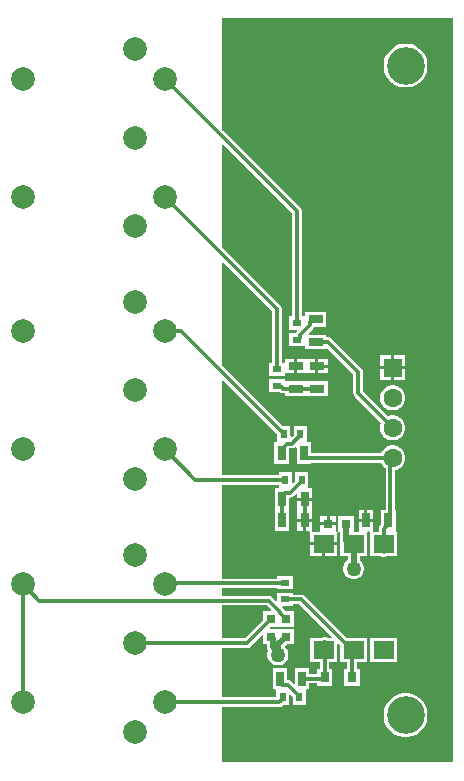
<source format=gtl>
G04*
G04 #@! TF.GenerationSoftware,Altium Limited,Altium Designer,21.4.1 (30)*
G04*
G04 Layer_Physical_Order=1*
G04 Layer_Color=255*
%FSLAX25Y25*%
%MOIN*%
G70*
G04*
G04 #@! TF.SameCoordinates,A48B96B0-5CB6-46A1-959F-C16CD1BF0AD3*
G04*
G04*
G04 #@! TF.FilePolarity,Positive*
G04*
G01*
G75*
%ADD11C,0.01968*%
%ADD26R,0.03150X0.02362*%
%ADD27R,0.05118X0.02756*%
%ADD28R,0.02362X0.03150*%
%ADD29R,0.02756X0.05118*%
%ADD30R,0.03150X0.03150*%
%ADD31R,0.07008X0.05984*%
%ADD32R,0.03150X0.03150*%
%ADD33R,0.03150X0.03543*%
%ADD34C,0.01181*%
%ADD35C,0.12598*%
%ADD36R,0.06299X0.06299*%
%ADD37C,0.06299*%
%ADD38C,0.07874*%
%ADD39C,0.05000*%
G36*
X155512Y1969D02*
X78740D01*
Y20425D01*
X97638D01*
X98258Y20549D01*
X98785Y20900D01*
X98931Y21047D01*
X101000D01*
Y24400D01*
X101462Y24591D01*
X102150Y23903D01*
Y21047D01*
X106512D01*
Y26197D01*
X106943Y26362D01*
X107693D01*
Y28299D01*
X110221D01*
Y27543D01*
X115370D01*
Y33087D01*
X114417D01*
Y35358D01*
X116945D01*
Y41388D01*
X117407Y41579D01*
X117937Y41049D01*
Y35358D01*
X120229D01*
Y33087D01*
X119276D01*
Y27543D01*
X124425D01*
Y33087D01*
X123472D01*
Y35358D01*
X126945D01*
Y43343D01*
X120230D01*
X106127Y57446D01*
X105601Y57797D01*
X104980Y57921D01*
X102181D01*
Y58480D01*
X97031D01*
Y55999D01*
X96570Y55808D01*
X95341Y57037D01*
X94815Y57388D01*
X94194Y57512D01*
X78740D01*
Y59992D01*
X97031D01*
Y59630D01*
X102181D01*
Y63992D01*
X97031D01*
Y63236D01*
X78740D01*
Y94441D01*
X97425D01*
Y93488D01*
X96994Y93323D01*
X96244D01*
Y86205D01*
Y79118D01*
X101000D01*
Y86205D01*
Y90201D01*
X101272D01*
X101892Y90325D01*
X102418Y90676D01*
X103262Y91520D01*
X103724Y91329D01*
Y90264D01*
X108480D01*
Y93323D01*
X107731D01*
X107299Y93488D01*
Y98638D01*
X102937D01*
Y95782D01*
X102249Y95094D01*
X101787Y95285D01*
Y98638D01*
X97425D01*
Y97685D01*
X78740D01*
Y128943D01*
X79202Y129134D01*
X96991Y111345D01*
X97031Y111318D01*
Y108843D01*
X96600Y108677D01*
X96047D01*
Y101559D01*
X100803D01*
Y106384D01*
X101050Y106630D01*
X101953D01*
X102573Y106754D01*
X103028Y107057D01*
X103528Y106914D01*
Y101559D01*
X108283D01*
Y101843D01*
X131578D01*
X132113Y100917D01*
X132885Y100144D01*
X133122Y100007D01*
Y86236D01*
X131677D01*
Y81412D01*
X131294Y81029D01*
X130943Y80502D01*
X130819Y79882D01*
Y78815D01*
X129327D01*
X128953Y79118D01*
X128953Y79315D01*
Y82177D01*
X126575D01*
X124197D01*
Y79315D01*
X124197Y79118D01*
X123822Y78815D01*
X122913D01*
X122457Y78921D01*
Y84071D01*
X117307D01*
Y79149D01*
X116926Y78860D01*
X116551Y79135D01*
Y80996D01*
X113976D01*
X111402D01*
X111402Y78921D01*
X110946Y78815D01*
X108855D01*
X108480Y79118D01*
X108480Y79315D01*
Y82177D01*
X106602D01*
Y79118D01*
X107563D01*
X107937Y78815D01*
X107937Y78618D01*
Y75323D01*
X112441D01*
X116945D01*
Y78589D01*
X117275Y78892D01*
X117359Y78912D01*
X117859Y78859D01*
Y75785D01*
X117937Y75392D01*
Y70831D01*
X120418D01*
Y69409D01*
X120292Y69336D01*
X119640Y68685D01*
X119179Y67886D01*
X118941Y66996D01*
Y66075D01*
X119179Y65184D01*
X119640Y64386D01*
X120292Y63735D01*
X121090Y63274D01*
X121980Y63035D01*
X122902D01*
X123792Y63274D01*
X124590Y63735D01*
X125242Y64386D01*
X125702Y65184D01*
X125941Y66075D01*
Y66996D01*
X125702Y67886D01*
X125242Y68685D01*
X124590Y69336D01*
X124464Y69409D01*
Y70831D01*
X126945D01*
Y78618D01*
X126945Y78815D01*
X127319Y79118D01*
X127563D01*
X127937Y78815D01*
X127937Y78618D01*
Y70831D01*
X131458D01*
X131820Y70588D01*
X132441Y70465D01*
X133062Y70588D01*
X133424Y70831D01*
X136945D01*
Y78815D01*
X136808D01*
X136433Y79118D01*
Y86236D01*
X136366D01*
Y99418D01*
X137035Y99598D01*
X137981Y100144D01*
X138754Y100917D01*
X139300Y101863D01*
X139583Y102918D01*
Y104011D01*
X139300Y105066D01*
X138754Y106012D01*
X137981Y106785D01*
X137035Y107331D01*
X135979Y107614D01*
X134887D01*
X133831Y107331D01*
X132885Y106785D01*
X132113Y106012D01*
X131578Y105086D01*
X108283D01*
Y108677D01*
X107337D01*
X106905Y108843D01*
Y113992D01*
X102543D01*
Y111136D01*
X101856Y110448D01*
X101394Y110640D01*
Y113992D01*
X99143D01*
X98879Y114045D01*
X78740Y134183D01*
Y168313D01*
X79202Y168505D01*
X95229Y152478D01*
Y135252D01*
X94276D01*
Y130890D01*
X99425D01*
Y131246D01*
X99591Y131677D01*
X99925Y131677D01*
X102650D01*
Y134055D01*
Y136433D01*
X99590D01*
Y135684D01*
X99425Y135252D01*
X99090Y135252D01*
X98472D01*
Y153150D01*
X98349Y153770D01*
X97997Y154296D01*
X78740Y173553D01*
Y207683D01*
X79202Y207874D01*
X101922Y185155D01*
Y150606D01*
X100969D01*
Y146244D01*
X103534D01*
X103725Y145782D01*
X103381Y145438D01*
X103151Y145095D01*
X100969D01*
Y140732D01*
X106118D01*
X106283Y140301D01*
Y139748D01*
X113401D01*
Y139748D01*
X113729Y139883D01*
X122332Y131280D01*
Y124944D01*
X122456Y124323D01*
X122807Y123797D01*
X131560Y115044D01*
X131283Y114011D01*
Y112918D01*
X131566Y111863D01*
X132113Y110917D01*
X132885Y110144D01*
X133831Y109598D01*
X134887Y109315D01*
X135979D01*
X137035Y109598D01*
X137981Y110144D01*
X138754Y110917D01*
X139300Y111863D01*
X139583Y112918D01*
Y114011D01*
X139300Y115066D01*
X138754Y116013D01*
X137981Y116785D01*
X137035Y117331D01*
X135979Y117614D01*
X134887D01*
X133854Y117337D01*
X125576Y125616D01*
Y131952D01*
X125452Y132572D01*
X125101Y133098D01*
X114926Y143273D01*
X114400Y143624D01*
X113779Y143748D01*
X113402D01*
Y144504D01*
X107687D01*
X107495Y144966D01*
X109021Y146491D01*
X109372Y147017D01*
X109414Y147228D01*
X113402D01*
Y151984D01*
X106283D01*
Y151038D01*
X106118Y150606D01*
X105165D01*
Y185827D01*
X105042Y186447D01*
X104690Y186974D01*
X78740Y212923D01*
Y250000D01*
X155512D01*
Y1969D01*
D02*
G37*
G36*
X94951Y52840D02*
X94759Y52378D01*
X92307D01*
Y49522D01*
X86139Y43354D01*
X78740D01*
Y54268D01*
X93523D01*
X94951Y52840D01*
D02*
G37*
G36*
X115182Y43804D02*
X114990Y43343D01*
X113838D01*
X113416Y43624D01*
X112795Y43748D01*
X112519Y43693D01*
X112441Y43708D01*
X111820Y43585D01*
X111458Y43343D01*
X107937D01*
Y35358D01*
X111174D01*
Y33087D01*
X110221D01*
Y31543D01*
X107693D01*
Y33480D01*
X102937D01*
Y28356D01*
X102475Y28165D01*
X101631Y29009D01*
X101105Y29360D01*
X100484Y29484D01*
X100213D01*
Y33480D01*
X95457D01*
Y26362D01*
X96206D01*
X96638Y26197D01*
Y23669D01*
X78740D01*
Y40111D01*
X86811D01*
X87432Y40234D01*
X87958Y40586D01*
X91845Y44473D01*
X92307Y44282D01*
Y41323D01*
X93449D01*
Y40387D01*
X93603Y39613D01*
X93963Y39074D01*
X93744Y38256D01*
Y37334D01*
X93983Y36444D01*
X94443Y35646D01*
X95095Y34995D01*
X95893Y34534D01*
X96783Y34295D01*
X97705D01*
X98595Y34534D01*
X99393Y34995D01*
X100045Y35646D01*
X100506Y36444D01*
X100744Y37334D01*
Y38256D01*
X100506Y39146D01*
X100045Y39944D01*
X99476Y40513D01*
X100286Y41323D01*
X102575D01*
Y46472D01*
X94652D01*
X94442Y46949D01*
X94666Y47228D01*
X102575D01*
Y52378D01*
X99719D01*
X99572Y52525D01*
X99546Y52657D01*
X99194Y53184D01*
X98721Y53656D01*
X98913Y54118D01*
X102181D01*
Y54677D01*
X104309D01*
X115182Y43804D01*
D02*
G37*
%LPC*%
G36*
X140483Y241551D02*
X139045D01*
X137635Y241271D01*
X136306Y240720D01*
X135111Y239922D01*
X134094Y238905D01*
X133295Y237709D01*
X132745Y236381D01*
X132465Y234971D01*
Y233533D01*
X132745Y232123D01*
X133295Y230795D01*
X134094Y229599D01*
X135111Y228582D01*
X136306Y227783D01*
X137635Y227233D01*
X139045Y226953D01*
X140483D01*
X141893Y227233D01*
X143221Y227783D01*
X144417Y228582D01*
X145433Y229599D01*
X146232Y230795D01*
X146783Y232123D01*
X147063Y233533D01*
Y234971D01*
X146783Y236381D01*
X146232Y237709D01*
X145433Y238905D01*
X144417Y239922D01*
X143221Y240720D01*
X141893Y241271D01*
X140483Y241551D01*
D02*
G37*
G36*
X113795Y136433D02*
X110736D01*
Y134555D01*
X113795D01*
Y136433D01*
D02*
G37*
G36*
X139583Y137614D02*
X135933D01*
Y133965D01*
X139583D01*
Y137614D01*
D02*
G37*
G36*
X134933D02*
X131283D01*
Y133965D01*
X134933D01*
Y137614D01*
D02*
G37*
G36*
X113795Y133555D02*
X110736D01*
Y131677D01*
X113795D01*
Y133555D01*
D02*
G37*
G36*
X109736Y136433D02*
X103650D01*
Y134055D01*
Y131677D01*
X109736D01*
Y134055D01*
Y136433D01*
D02*
G37*
G36*
X139583Y132965D02*
X135933D01*
Y129315D01*
X139583D01*
Y132965D01*
D02*
G37*
G36*
X134933D02*
X131283D01*
Y129315D01*
X134933D01*
Y132965D01*
D02*
G37*
G36*
X99425Y129740D02*
X94276D01*
Y125378D01*
X97284D01*
X97441Y125347D01*
X97794D01*
X98198Y125076D01*
X98819Y124953D01*
X99590D01*
Y124197D01*
X113795D01*
Y128953D01*
X99591D01*
X99425Y129384D01*
Y129740D01*
D02*
G37*
G36*
X135979Y127614D02*
X134887D01*
X133831Y127331D01*
X132885Y126785D01*
X132113Y126013D01*
X131566Y125066D01*
X131283Y124011D01*
Y122918D01*
X131566Y121863D01*
X132113Y120917D01*
X132885Y120144D01*
X133831Y119598D01*
X134887Y119315D01*
X135979D01*
X137035Y119598D01*
X137981Y120144D01*
X138754Y120917D01*
X139300Y121863D01*
X139583Y122918D01*
Y124011D01*
X139300Y125066D01*
X138754Y126013D01*
X137981Y126785D01*
X137035Y127331D01*
X135979Y127614D01*
D02*
G37*
G36*
X128953Y86236D02*
X127075D01*
Y83177D01*
X128953D01*
Y86236D01*
D02*
G37*
G36*
X108480Y89264D02*
X103724D01*
Y86205D01*
Y83177D01*
X108480D01*
Y86205D01*
Y89264D01*
D02*
G37*
G36*
X126075Y86236D02*
X124197D01*
Y83177D01*
X126075D01*
Y86236D01*
D02*
G37*
G36*
X116551Y84071D02*
X114476D01*
Y81996D01*
X116551D01*
Y84071D01*
D02*
G37*
G36*
X113476D02*
X111402D01*
Y81996D01*
X113476D01*
Y84071D01*
D02*
G37*
G36*
X105602Y82177D02*
X103724D01*
Y79118D01*
X105602D01*
Y82177D01*
D02*
G37*
G36*
X116945Y74323D02*
X112941D01*
Y70831D01*
X116945D01*
Y74323D01*
D02*
G37*
G36*
X111941D02*
X107937D01*
Y70831D01*
X111941D01*
Y74323D01*
D02*
G37*
G36*
X136945Y43343D02*
X127937D01*
Y35358D01*
X136945D01*
Y43343D01*
D02*
G37*
G36*
X140483Y25016D02*
X139045D01*
X137635Y24735D01*
X136306Y24185D01*
X135111Y23386D01*
X134094Y22369D01*
X133295Y21174D01*
X132745Y19846D01*
X132465Y18436D01*
Y16998D01*
X132745Y15587D01*
X133295Y14259D01*
X134094Y13064D01*
X135111Y12047D01*
X136306Y11248D01*
X137635Y10698D01*
X139045Y10417D01*
X140483D01*
X141893Y10698D01*
X143221Y11248D01*
X144417Y12047D01*
X145433Y13064D01*
X146232Y14259D01*
X146783Y15587D01*
X147063Y16998D01*
Y18436D01*
X146783Y19846D01*
X146232Y21174D01*
X145433Y22369D01*
X144417Y23386D01*
X143221Y24185D01*
X141893Y24735D01*
X140483Y25016D01*
D02*
G37*
%LPD*%
D11*
X122441Y73226D02*
Y74823D01*
Y66535D02*
Y73226D01*
X119882Y75785D02*
X122441Y73226D01*
X95473Y40387D02*
Y43307D01*
Y40387D02*
X97244Y38616D01*
X94882Y43898D02*
X95473Y43307D01*
X97244Y37795D02*
Y38616D01*
X97376Y37928D02*
Y41274D01*
X97244Y37795D02*
X97376Y37928D01*
Y41274D02*
X100000Y43898D01*
X119882Y75785D02*
Y81496D01*
D26*
X103543Y142913D02*
D03*
Y148425D02*
D03*
X96850Y127559D02*
D03*
Y133071D02*
D03*
X99606Y61811D02*
D03*
Y56299D02*
D03*
D27*
X109843Y149606D02*
D03*
Y142126D02*
D03*
X103150Y134055D02*
D03*
Y126575D02*
D03*
X110236Y134055D02*
D03*
Y126575D02*
D03*
D28*
X104724Y111417D02*
D03*
X99213D02*
D03*
X105118Y96063D02*
D03*
X99606D02*
D03*
X98819Y23622D02*
D03*
X104331D02*
D03*
D29*
X98425Y105118D02*
D03*
X105905D02*
D03*
X106102Y89764D02*
D03*
X98622D02*
D03*
X106102Y82677D02*
D03*
X98622D02*
D03*
X126575D02*
D03*
X134055D02*
D03*
X105315Y29921D02*
D03*
X97835D02*
D03*
D30*
X113976Y81496D02*
D03*
X119882D02*
D03*
D31*
X132441Y74823D02*
D03*
X122441D02*
D03*
X112441D02*
D03*
X132441Y39350D02*
D03*
X122441D02*
D03*
X112441D02*
D03*
D32*
X94882Y49803D02*
D03*
Y43898D02*
D03*
X100000Y49803D02*
D03*
Y43898D02*
D03*
D33*
X121850Y30315D02*
D03*
X112795D02*
D03*
D34*
X12211Y22047D02*
Y61417D01*
X112795Y30315D02*
Y42126D01*
X132441Y72087D02*
Y79488D01*
X112441Y42087D02*
X112795Y41732D01*
X99410Y61614D02*
X99606Y61811D01*
X59652Y61614D02*
X99410D01*
X59455Y61417D02*
X59652Y61614D01*
X104980Y56299D02*
X121929Y39350D01*
X99606Y56299D02*
X104980D01*
X121929Y39350D02*
X122441D01*
X121850Y30315D02*
Y38760D01*
X122441Y39350D01*
X12211Y61417D02*
X17739Y55890D01*
X94194D01*
X98047Y51756D02*
Y52037D01*
Y51756D02*
X100000Y49803D01*
X86811Y41732D02*
X94882Y49803D01*
X94194Y55890D02*
X98047Y52037D01*
X49613Y41732D02*
X86811D01*
X132441Y75217D02*
Y79882D01*
X59449Y106299D02*
X69685Y96063D01*
X99606D01*
X123954Y124944D02*
Y131952D01*
X109843Y142126D02*
X113779D01*
X123954Y131952D01*
Y124944D02*
X135433Y113465D01*
X107874Y148819D02*
X108661Y149606D01*
X107874Y147638D02*
Y148819D01*
X104528Y143504D02*
Y144291D01*
X107874Y147638D01*
X103937Y142913D02*
X104528Y143504D01*
X59449Y190551D02*
X96850Y153150D01*
Y133071D02*
Y153150D01*
X59449Y229921D02*
X103543Y185827D01*
Y148425D02*
Y185827D01*
X108661Y149606D02*
X109843D01*
X103543Y142913D02*
X103937D01*
X97441Y126969D02*
X98425D01*
X98819Y126575D02*
X103150D01*
X96850Y127559D02*
X97441Y126969D01*
X98425D02*
X98819Y126575D01*
X103150D02*
X110236D01*
X100378Y108252D02*
X101953D01*
X104724Y111024D01*
Y111417D01*
X98425Y105118D02*
Y106299D01*
X100378Y108252D01*
X98532Y112492D02*
X99213Y111811D01*
X98138Y112492D02*
X98532D01*
X99213Y111417D02*
Y111811D01*
X64961Y145669D02*
X98138Y112492D01*
X59449Y145669D02*
X64961D01*
X105905Y104342D02*
X106783Y103465D01*
X135433D01*
X105905Y104342D02*
Y105118D01*
X134744Y83366D02*
Y102776D01*
X135433Y103465D01*
X134055Y82677D02*
X134744Y83366D01*
X132441Y79882D02*
X134055Y81496D01*
Y82677D01*
X98622Y90945D02*
X99500Y91823D01*
X101272D01*
X105118Y95669D01*
X98622Y89764D02*
Y90945D01*
X105118Y95669D02*
Y96063D01*
X106102Y82677D02*
Y89764D01*
X98622Y82677D02*
Y89764D01*
X112402Y29921D02*
X112795Y30315D01*
X105315Y29921D02*
X112402D01*
X100484Y27862D02*
X104331Y24016D01*
Y23622D02*
Y24016D01*
X98713Y27862D02*
X100484D01*
X97835Y28740D02*
X98713Y27862D01*
X97835Y28740D02*
Y29921D01*
X97638Y22047D02*
X98819Y23228D01*
X59455Y22047D02*
X97638D01*
X98819Y23228D02*
Y23622D01*
D35*
X139764Y234252D02*
D03*
Y17717D02*
D03*
D36*
X135433Y133465D02*
D03*
D37*
Y123465D02*
D03*
Y113465D02*
D03*
Y103465D02*
D03*
D38*
X12205Y229921D02*
D03*
Y190551D02*
D03*
X59449Y229921D02*
D03*
Y190551D02*
D03*
X49606Y239764D02*
D03*
Y210236D02*
D03*
Y180709D02*
D03*
X12205Y145669D02*
D03*
Y106299D02*
D03*
X59449Y145669D02*
D03*
Y106299D02*
D03*
X49606Y155512D02*
D03*
Y125984D02*
D03*
Y96457D02*
D03*
X12211Y61417D02*
D03*
Y22047D02*
D03*
X59455Y61417D02*
D03*
Y22047D02*
D03*
X49613Y71260D02*
D03*
Y41732D02*
D03*
Y12205D02*
D03*
D39*
X122441Y66535D02*
D03*
X97244Y37795D02*
D03*
M02*

</source>
